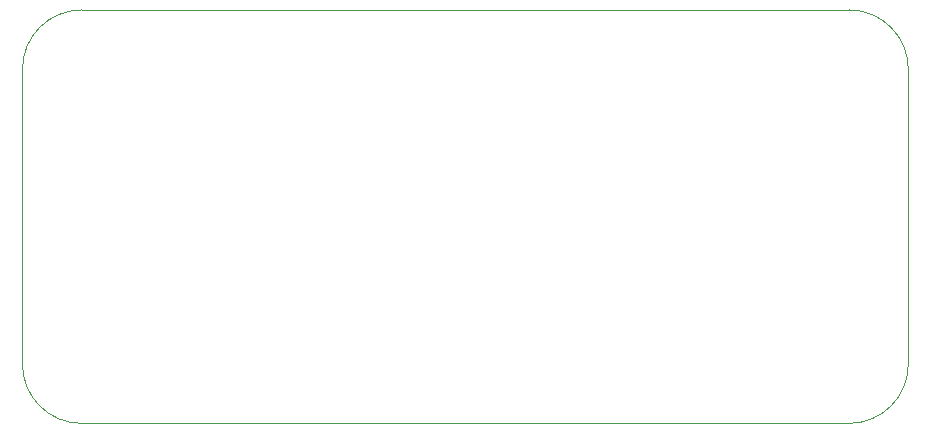
<source format=gbr>
%TF.GenerationSoftware,KiCad,Pcbnew,(5.1.6)-1*%
%TF.CreationDate,2021-01-24T21:28:57-06:00*%
%TF.ProjectId,nix-pill-v1,6e69782d-7069-46c6-9c2d-76312e6b6963,rev?*%
%TF.SameCoordinates,Original*%
%TF.FileFunction,Profile,NP*%
%FSLAX46Y46*%
G04 Gerber Fmt 4.6, Leading zero omitted, Abs format (unit mm)*
G04 Created by KiCad (PCBNEW (5.1.6)-1) date 2021-01-24 21:28:57*
%MOMM*%
%LPD*%
G01*
G04 APERTURE LIST*
%TA.AperFunction,Profile*%
%ADD10C,0.050000*%
%TD*%
G04 APERTURE END LIST*
D10*
X175000000Y-130000000D02*
G75*
G02*
X170000000Y-135000000I-5000000J0D01*
G01*
X105000000Y-135000000D02*
G75*
G02*
X100000000Y-130000000I0J5000000D01*
G01*
X100000000Y-105000000D02*
G75*
G02*
X105000000Y-100000000I5000000J0D01*
G01*
X170000000Y-100000000D02*
G75*
G02*
X175000000Y-105000000I0J-5000000D01*
G01*
X100000000Y-130000000D02*
X100000000Y-105000000D01*
X170000000Y-135000000D02*
X105000000Y-135000000D01*
X175000000Y-105000000D02*
X175000000Y-130000000D01*
X105000000Y-100000000D02*
X170000000Y-100000000D01*
M02*

</source>
